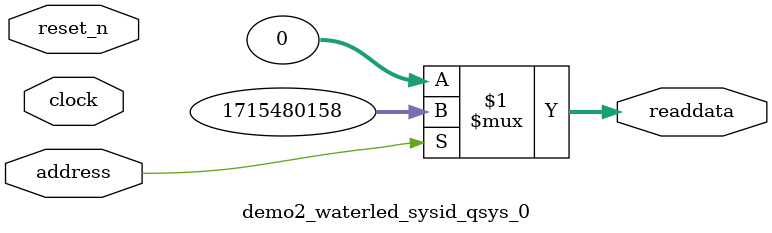
<source format=v>



// synthesis translate_off
`timescale 1ns / 1ps
// synthesis translate_on

// turn off superfluous verilog processor warnings 
// altera message_level Level1 
// altera message_off 10034 10035 10036 10037 10230 10240 10030 

module demo2_waterled_sysid_qsys_0 (
               // inputs:
                address,
                clock,
                reset_n,

               // outputs:
                readdata
             )
;

  output  [ 31: 0] readdata;
  input            address;
  input            clock;
  input            reset_n;

  wire    [ 31: 0] readdata;
  //control_slave, which is an e_avalon_slave
  assign readdata = address ? 1715480158 : 0;

endmodule



</source>
